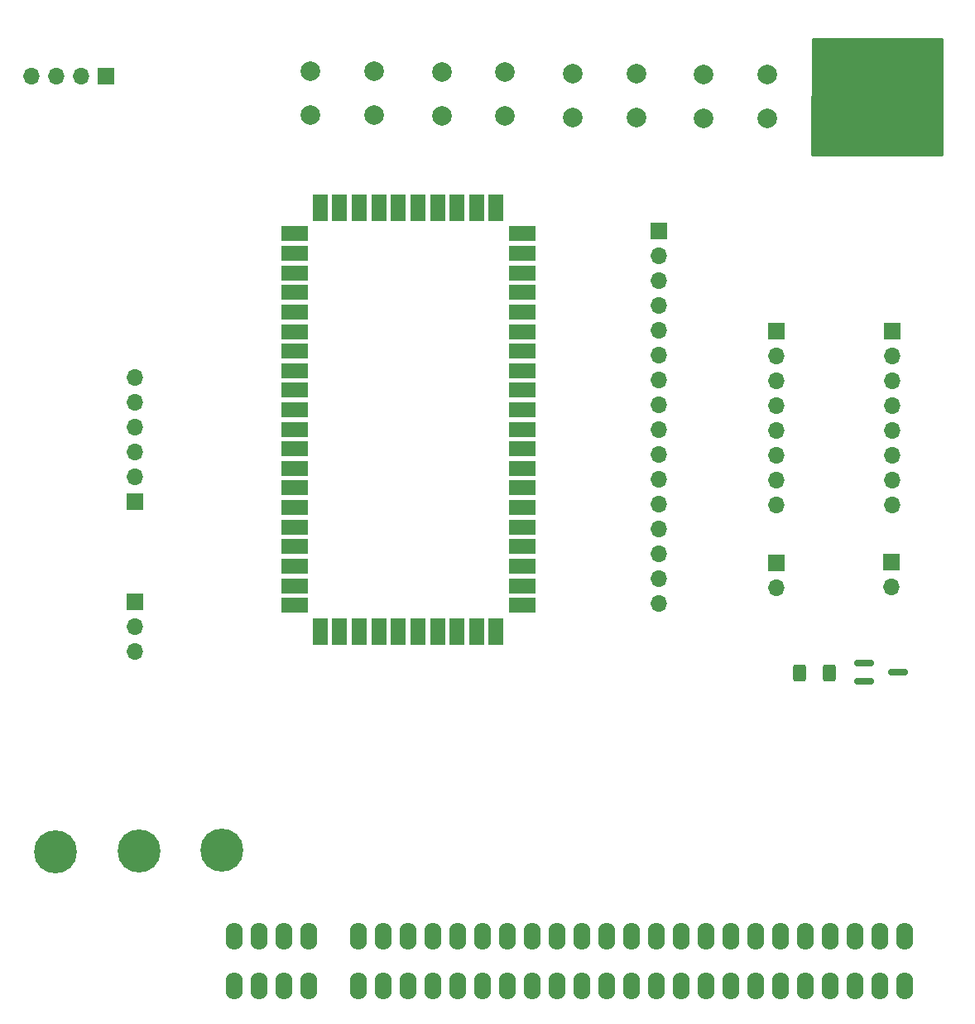
<source format=gts>
%TF.GenerationSoftware,KiCad,Pcbnew,8.0.6-8.0.6-0~ubuntu22.04.1*%
%TF.CreationDate,2024-11-29T09:40:31+00:00*%
%TF.ProjectId,zx-spectrum-pico-dma,7a782d73-7065-4637-9472-756d2d706963,rev?*%
%TF.SameCoordinates,Original*%
%TF.FileFunction,Soldermask,Top*%
%TF.FilePolarity,Negative*%
%FSLAX46Y46*%
G04 Gerber Fmt 4.6, Leading zero omitted, Abs format (unit mm)*
G04 Created by KiCad (PCBNEW 8.0.6-8.0.6-0~ubuntu22.04.1) date 2024-11-29 09:40:31*
%MOMM*%
%LPD*%
G01*
G04 APERTURE LIST*
G04 Aperture macros list*
%AMRoundRect*
0 Rectangle with rounded corners*
0 $1 Rounding radius*
0 $2 $3 $4 $5 $6 $7 $8 $9 X,Y pos of 4 corners*
0 Add a 4 corners polygon primitive as box body*
4,1,4,$2,$3,$4,$5,$6,$7,$8,$9,$2,$3,0*
0 Add four circle primitives for the rounded corners*
1,1,$1+$1,$2,$3*
1,1,$1+$1,$4,$5*
1,1,$1+$1,$6,$7*
1,1,$1+$1,$8,$9*
0 Add four rect primitives between the rounded corners*
20,1,$1+$1,$2,$3,$4,$5,0*
20,1,$1+$1,$4,$5,$6,$7,0*
20,1,$1+$1,$6,$7,$8,$9,0*
20,1,$1+$1,$8,$9,$2,$3,0*%
G04 Aperture macros list end*
%ADD10R,1.700000X1.700000*%
%ADD11O,1.700000X1.700000*%
%ADD12C,2.000000*%
%ADD13RoundRect,0.250000X-0.400000X-0.625000X0.400000X-0.625000X0.400000X0.625000X-0.400000X0.625000X0*%
%ADD14RoundRect,0.162500X-0.837500X-0.162500X0.837500X-0.162500X0.837500X0.162500X-0.837500X0.162500X0*%
%ADD15C,4.400000*%
%ADD16R,1.500000X2.800000*%
%ADD17C,1.350000*%
%ADD18O,1.350000X1.350000*%
%ADD19R,2.800000X1.500000*%
%ADD20O,1.727200X2.800000*%
G04 APERTURE END LIST*
D10*
%TO.C,J108*%
X67100000Y-100525000D03*
D11*
X67100000Y-97985000D03*
X67100000Y-95445000D03*
X67100000Y-92905000D03*
X67100000Y-90365000D03*
X67100000Y-87825000D03*
%TD*%
D10*
%TO.C,J105*%
X144550000Y-83020000D03*
D11*
X144550000Y-85560000D03*
X144550000Y-88100000D03*
X144550000Y-90640000D03*
X144550000Y-93180000D03*
X144550000Y-95720000D03*
X144550000Y-98260000D03*
X144550000Y-100800000D03*
%TD*%
D12*
%TO.C,SW104*%
X131800000Y-61299998D03*
X125300000Y-61299998D03*
X131800000Y-56799998D03*
X125300000Y-56799998D03*
%TD*%
%TO.C,SW103*%
X118383332Y-61183332D03*
X111883332Y-61183332D03*
X118383332Y-56683332D03*
X111883332Y-56683332D03*
%TD*%
%TO.C,SW102*%
X104966666Y-61066666D03*
X98466666Y-61066666D03*
X104966666Y-56566666D03*
X98466666Y-56566666D03*
%TD*%
%TO.C,SW101*%
X91550000Y-60950000D03*
X85050000Y-60950000D03*
X91550000Y-56450000D03*
X85050000Y-56450000D03*
%TD*%
D13*
%TO.C,R101*%
X138150000Y-118000000D03*
X135050000Y-118000000D03*
%TD*%
D14*
%TO.C,Q101*%
X145120000Y-117950000D03*
X141700000Y-118900000D03*
X141700000Y-117000000D03*
%TD*%
D11*
%TO.C,J107*%
X56520000Y-56950000D03*
X59060000Y-56950000D03*
X61600000Y-56950000D03*
D10*
X64140000Y-56950000D03*
%TD*%
D11*
%TO.C,J106*%
X144500000Y-109200000D03*
D10*
X144500000Y-106660000D03*
%TD*%
%TO.C,J104*%
X120700000Y-72850000D03*
D11*
X120700000Y-75390000D03*
X120700000Y-77930000D03*
X120700000Y-80470000D03*
X120700000Y-83010000D03*
X120700000Y-85550000D03*
X120700000Y-88090000D03*
X120700000Y-90630000D03*
X120700000Y-93170000D03*
X120700000Y-95710000D03*
X120700000Y-98250000D03*
X120700000Y-100790000D03*
X120700000Y-103330000D03*
X120700000Y-105870000D03*
X120700000Y-108410000D03*
X120700000Y-110950000D03*
%TD*%
D10*
%TO.C,J103*%
X132700000Y-83030000D03*
D11*
X132700000Y-85570000D03*
X132700000Y-88110000D03*
X132700000Y-90650000D03*
X132700000Y-93190000D03*
X132700000Y-95730000D03*
X132700000Y-98270000D03*
X132700000Y-100810000D03*
%TD*%
%TO.C,J102*%
X132750000Y-109300000D03*
D10*
X132750000Y-106760000D03*
%TD*%
D11*
%TO.C,J101*%
X67100000Y-115800000D03*
X67100000Y-113260000D03*
D10*
X67100000Y-110720000D03*
%TD*%
D15*
%TO.C,H103*%
X76025000Y-136150000D03*
%TD*%
%TO.C,H102*%
X67500000Y-136250000D03*
%TD*%
%TO.C,H101*%
X58975000Y-136350000D03*
%TD*%
D16*
%TO.C,U101*%
X86050000Y-113750000D03*
D17*
X86050000Y-113100000D03*
D16*
X88050000Y-113750000D03*
D18*
X88050000Y-113100000D03*
D16*
X90050000Y-113750000D03*
D18*
X90050000Y-113100000D03*
D16*
X92050000Y-113750000D03*
D18*
X92050000Y-113100000D03*
D16*
X94050000Y-113750000D03*
D18*
X94050000Y-113100000D03*
D16*
X96050000Y-113750000D03*
D18*
X96050000Y-113100000D03*
D16*
X98050000Y-113750000D03*
D18*
X98050000Y-113100000D03*
D16*
X100050000Y-113750000D03*
D18*
X100050000Y-113100000D03*
D16*
X102050000Y-113750000D03*
D18*
X102050000Y-113100000D03*
D16*
X104050000Y-113750000D03*
D18*
X104050000Y-113100000D03*
X106050000Y-111100000D03*
D19*
X106700000Y-111100000D03*
D18*
X106050000Y-109100000D03*
D19*
X106700000Y-109100000D03*
D18*
X106050000Y-107100000D03*
D19*
X106700000Y-107100000D03*
D18*
X106050000Y-105100000D03*
D19*
X106700000Y-105100000D03*
D18*
X106050000Y-103100000D03*
D19*
X106700000Y-103100000D03*
D18*
X106050000Y-101100000D03*
D19*
X106700000Y-101100000D03*
D18*
X106050000Y-99100000D03*
D19*
X106700000Y-99100000D03*
D18*
X106050000Y-97100000D03*
D19*
X106700000Y-97100000D03*
D18*
X106050000Y-95100000D03*
D19*
X106700000Y-95100000D03*
D18*
X106050000Y-93100000D03*
D19*
X106700000Y-93100000D03*
D18*
X106050000Y-91100000D03*
D19*
X106700000Y-91100000D03*
D18*
X106050000Y-89100000D03*
D19*
X106700000Y-89100000D03*
D18*
X106050000Y-87100000D03*
D19*
X106700000Y-87100000D03*
D18*
X106050000Y-85100000D03*
D19*
X106700000Y-85100000D03*
D18*
X106050000Y-83100000D03*
D19*
X106700000Y-83100000D03*
D18*
X106050000Y-81100000D03*
D19*
X106700000Y-81100000D03*
D18*
X106050000Y-79100000D03*
D19*
X106700000Y-79100000D03*
D18*
X106050000Y-77100000D03*
D19*
X106700000Y-77100000D03*
D18*
X106050000Y-75100000D03*
D19*
X106700000Y-75100000D03*
D18*
X106050000Y-73100000D03*
D19*
X106700000Y-73100000D03*
X83400000Y-93100000D03*
D18*
X84050000Y-93100000D03*
D19*
X83400000Y-95100000D03*
D18*
X84050000Y-95100000D03*
D19*
X83400000Y-97100000D03*
D18*
X84050000Y-97100000D03*
D19*
X83400000Y-99100000D03*
D18*
X84050000Y-99100000D03*
D19*
X83400000Y-101100000D03*
D18*
X84050000Y-101100000D03*
D19*
X83400000Y-103100000D03*
D18*
X84050000Y-103100000D03*
D19*
X83400000Y-105100000D03*
D18*
X84050000Y-105100000D03*
D19*
X83400000Y-107100000D03*
D18*
X84050000Y-107100000D03*
D19*
X83400000Y-109100000D03*
D18*
X84050000Y-109100000D03*
D19*
X83400000Y-111100000D03*
D18*
X84050000Y-111100000D03*
X104050000Y-71100000D03*
D16*
X104050000Y-70450000D03*
D18*
X102050000Y-71100000D03*
D16*
X102050000Y-70450000D03*
D18*
X100050000Y-71100000D03*
D16*
X100050000Y-70450000D03*
D18*
X98050000Y-71100000D03*
D16*
X98050000Y-70450000D03*
D18*
X96050000Y-71100000D03*
D16*
X96050000Y-70450000D03*
D18*
X94050000Y-71100000D03*
D16*
X94050000Y-70450000D03*
D18*
X92050000Y-71100000D03*
D16*
X92050000Y-70450000D03*
D18*
X90050000Y-71100000D03*
D16*
X90050000Y-70450000D03*
D18*
X88050000Y-71100000D03*
D16*
X88050000Y-70450000D03*
D18*
X86050000Y-71100000D03*
D16*
X86050000Y-70450000D03*
D19*
X83400000Y-73100000D03*
D18*
X84050000Y-73100000D03*
D19*
X83400000Y-75100000D03*
D18*
X84050000Y-75100000D03*
D19*
X83400000Y-77100000D03*
D18*
X84050000Y-77100000D03*
D19*
X83400000Y-79100000D03*
D18*
X84050000Y-79100000D03*
D19*
X83400000Y-81100000D03*
D18*
X84050000Y-81100000D03*
D19*
X83400000Y-83100000D03*
D18*
X84050000Y-83100000D03*
D19*
X83400000Y-85100000D03*
D18*
X84050000Y-85100000D03*
D19*
X83400000Y-87100000D03*
D18*
X84050000Y-87100000D03*
D19*
X83400000Y-89100000D03*
D18*
X84050000Y-89100000D03*
D19*
X83400000Y-91100000D03*
D18*
X84050000Y-91100000D03*
%TD*%
D20*
%TO.C,Z101*%
X77242000Y-144948000D03*
X79782000Y-144948000D03*
X82322000Y-144948000D03*
X84862000Y-144948000D03*
X89942000Y-144948000D03*
X92482000Y-144948000D03*
X95022000Y-144948000D03*
X97562000Y-144948000D03*
X100102000Y-144948000D03*
X102642000Y-144948000D03*
X105182000Y-144948000D03*
X107722000Y-144948000D03*
X110262000Y-144948000D03*
X112802000Y-144948000D03*
X115342000Y-144948000D03*
X117882000Y-144948000D03*
X120422000Y-144948000D03*
X122962000Y-144948000D03*
X125502000Y-144948000D03*
X128042000Y-144948000D03*
X130582000Y-144948000D03*
X133122000Y-144948000D03*
X135662000Y-144948000D03*
X138202000Y-144948000D03*
X140742000Y-144948000D03*
X143282000Y-144948000D03*
X145822000Y-144948000D03*
X77242000Y-150028000D03*
X79782000Y-150028000D03*
X82322000Y-150028000D03*
X84862000Y-150028000D03*
X89942000Y-150028000D03*
X92482000Y-150028000D03*
X95022000Y-150028000D03*
X97562000Y-150028000D03*
X100102000Y-150028000D03*
X102642000Y-150028000D03*
X105182000Y-150028000D03*
X107722000Y-150028000D03*
X110262000Y-150028000D03*
X112802000Y-150028000D03*
X115342000Y-150028000D03*
X117882000Y-150028000D03*
X120422000Y-150028000D03*
X122962000Y-150028000D03*
X125502000Y-150028000D03*
X128042000Y-150028000D03*
X130582000Y-150028000D03*
X133122000Y-150028000D03*
X135662000Y-150028000D03*
X138202000Y-150028000D03*
X140742000Y-150028000D03*
X143282000Y-150028000D03*
X145822000Y-150028000D03*
%TD*%
G36*
X149730121Y-53096002D02*
G01*
X149776614Y-53149658D01*
X149788000Y-53202000D01*
X149788000Y-65040000D01*
X149767998Y-65108121D01*
X149714342Y-65154614D01*
X149662000Y-65166000D01*
X136406496Y-65166000D01*
X136338375Y-65145998D01*
X136291882Y-65092342D01*
X136280497Y-65039505D01*
X136327046Y-53201505D01*
X136347316Y-53133463D01*
X136401154Y-53087181D01*
X136453045Y-53076000D01*
X149662000Y-53076000D01*
X149730121Y-53096002D01*
G37*
M02*

</source>
